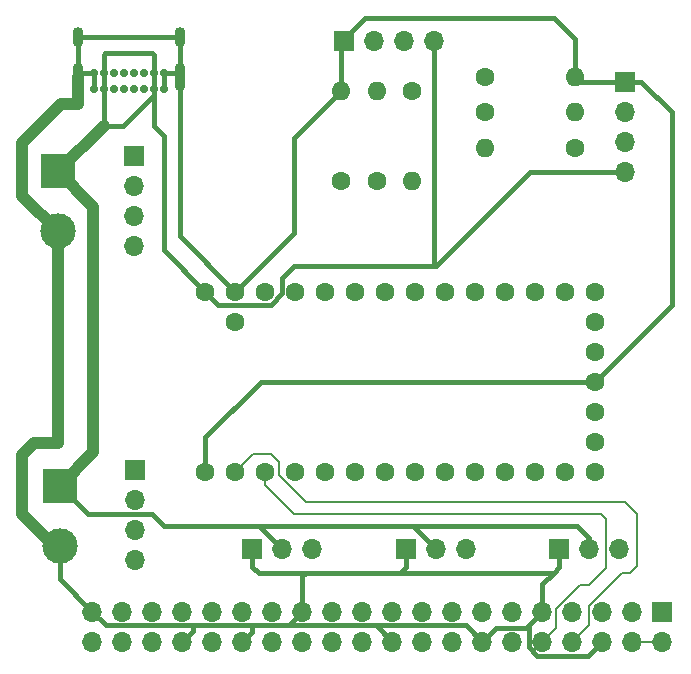
<source format=gbl>
G04 #@! TF.GenerationSoftware,KiCad,Pcbnew,(6.0.4)*
G04 #@! TF.CreationDate,2022-04-28T11:38:26-07:00*
G04 #@! TF.ProjectId,Lec18-PCB_kicad,4c656331-382d-4504-9342-5f6b69636164,rev?*
G04 #@! TF.SameCoordinates,Original*
G04 #@! TF.FileFunction,Copper,L2,Bot*
G04 #@! TF.FilePolarity,Positive*
%FSLAX46Y46*%
G04 Gerber Fmt 4.6, Leading zero omitted, Abs format (unit mm)*
G04 Created by KiCad (PCBNEW (6.0.4)) date 2022-04-28 11:38:26*
%MOMM*%
%LPD*%
G01*
G04 APERTURE LIST*
G04 #@! TA.AperFunction,ComponentPad*
%ADD10R,1.700000X1.700000*%
G04 #@! TD*
G04 #@! TA.AperFunction,ComponentPad*
%ADD11O,1.700000X1.700000*%
G04 #@! TD*
G04 #@! TA.AperFunction,ComponentPad*
%ADD12C,1.600000*%
G04 #@! TD*
G04 #@! TA.AperFunction,ComponentPad*
%ADD13O,1.600000X1.600000*%
G04 #@! TD*
G04 #@! TA.AperFunction,ComponentPad*
%ADD14C,0.700000*%
G04 #@! TD*
G04 #@! TA.AperFunction,ComponentPad*
%ADD15O,0.900000X2.400000*%
G04 #@! TD*
G04 #@! TA.AperFunction,ComponentPad*
%ADD16O,0.900000X1.700000*%
G04 #@! TD*
G04 #@! TA.AperFunction,ComponentPad*
%ADD17R,3.000000X3.000000*%
G04 #@! TD*
G04 #@! TA.AperFunction,ComponentPad*
%ADD18C,3.000000*%
G04 #@! TD*
G04 #@! TA.AperFunction,Conductor*
%ADD19C,1.000000*%
G04 #@! TD*
G04 #@! TA.AperFunction,Conductor*
%ADD20C,0.400000*%
G04 #@! TD*
G04 #@! TA.AperFunction,Conductor*
%ADD21C,0.200000*%
G04 #@! TD*
G04 APERTURE END LIST*
D10*
X112475000Y-87975000D03*
D11*
X115015000Y-87975000D03*
X117555000Y-87975000D03*
D10*
X102535155Y-81273009D03*
D11*
X102535155Y-83813009D03*
X102535155Y-86353009D03*
X102535155Y-88893009D03*
D12*
X132190000Y-48000000D03*
D13*
X139810000Y-48000000D03*
D12*
X120000000Y-56810000D03*
D13*
X120000000Y-49190000D03*
D10*
X120200000Y-45000000D03*
D11*
X122740000Y-45000000D03*
X125280000Y-45000000D03*
X127820000Y-45000000D03*
D10*
X144025000Y-48400000D03*
D11*
X144025000Y-50940000D03*
X144025000Y-53480000D03*
X144025000Y-56020000D03*
D12*
X132190000Y-51000000D03*
D13*
X139810000Y-51000000D03*
D12*
X123000000Y-56810000D03*
D13*
X123000000Y-49190000D03*
D12*
X126000000Y-49190000D03*
D13*
X126000000Y-56810000D03*
D14*
X104975000Y-49025000D03*
X104125000Y-49025000D03*
X103275000Y-49025000D03*
X102425000Y-49025000D03*
X101575000Y-49025000D03*
X100725000Y-49025000D03*
X99875000Y-49025000D03*
X99025000Y-49025000D03*
X99025000Y-47675000D03*
X99875000Y-47675000D03*
X100725000Y-47675000D03*
X101575000Y-47675000D03*
X102425000Y-47675000D03*
X103275000Y-47675000D03*
X104125000Y-47675000D03*
X104975000Y-47675000D03*
D15*
X97675000Y-48045000D03*
X106325000Y-48045000D03*
D16*
X97675000Y-44665000D03*
X106325000Y-44665000D03*
D10*
X138475000Y-87975000D03*
D11*
X141015000Y-87975000D03*
X143555000Y-87975000D03*
D17*
X96150682Y-82627673D03*
D18*
X96150682Y-87707673D03*
D10*
X102424592Y-54743501D03*
D11*
X102424592Y-57283501D03*
X102424592Y-59823501D03*
X102424592Y-62363501D03*
D10*
X125475000Y-87975000D03*
D11*
X128015000Y-87975000D03*
X130555000Y-87975000D03*
D17*
X96000000Y-56000000D03*
D18*
X96000000Y-61080000D03*
D12*
X108490000Y-81420000D03*
X111030000Y-81420000D03*
X113570000Y-81420000D03*
X116110000Y-81420000D03*
X118650000Y-81420000D03*
X121190000Y-81420000D03*
X123730000Y-81420000D03*
X126270000Y-81420000D03*
X128810000Y-81420000D03*
X131350000Y-81420000D03*
X133890000Y-81420000D03*
X136430000Y-81420000D03*
X138970000Y-81420000D03*
X141510000Y-81420000D03*
X141510000Y-78880000D03*
X141510000Y-76340000D03*
X141510000Y-73800000D03*
X141510000Y-71260000D03*
X141510000Y-68720000D03*
X141510000Y-66180000D03*
X138970000Y-66180000D03*
X136430000Y-66180000D03*
X133890000Y-66180000D03*
X131350000Y-66180000D03*
X128810000Y-66180000D03*
X126270000Y-66180000D03*
X123730000Y-66180000D03*
X121190000Y-66180000D03*
X118650000Y-66180000D03*
X116110000Y-66180000D03*
X113570000Y-66180000D03*
X111030000Y-66180000D03*
X108490000Y-66180000D03*
X111030000Y-68720000D03*
X139810000Y-54000000D03*
D13*
X132190000Y-54000000D03*
D10*
X147180000Y-93280000D03*
D11*
X147180000Y-95820000D03*
X144640000Y-93280000D03*
X144640000Y-95820000D03*
X142100000Y-93280000D03*
X142100000Y-95820000D03*
X139560000Y-93280000D03*
X139560000Y-95820000D03*
X137020000Y-93280000D03*
X137020000Y-95820000D03*
X134480000Y-93280000D03*
X134480000Y-95820000D03*
X131940000Y-93280000D03*
X131940000Y-95820000D03*
X129400000Y-93280000D03*
X129400000Y-95820000D03*
X126860000Y-93280000D03*
X126860000Y-95820000D03*
X124320000Y-93280000D03*
X124320000Y-95820000D03*
X121780000Y-93280000D03*
X121780000Y-95820000D03*
X119240000Y-93280000D03*
X119240000Y-95820000D03*
X116700000Y-93280000D03*
X116700000Y-95820000D03*
X114160000Y-93280000D03*
X114160000Y-95820000D03*
X111620000Y-93280000D03*
X111620000Y-95820000D03*
X109080000Y-93280000D03*
X109080000Y-95820000D03*
X106540000Y-93280000D03*
X106540000Y-95820000D03*
X104000000Y-93280000D03*
X104000000Y-95820000D03*
X101460000Y-93280000D03*
X101460000Y-95820000D03*
X98920000Y-93280000D03*
X98920000Y-95820000D03*
D19*
X99000000Y-59000000D02*
X99000000Y-79778355D01*
D20*
X140000000Y-86000000D02*
X125000000Y-86000000D01*
X115000000Y-66304944D02*
X115000000Y-65000000D01*
X135980000Y-56020000D02*
X144025000Y-56020000D01*
X100000000Y-46000000D02*
X104000000Y-46000000D01*
X104125000Y-47675000D02*
X104125000Y-49025000D01*
X109589511Y-67279511D02*
X114025433Y-67279511D01*
X125000000Y-86000000D02*
X113000000Y-86000000D01*
X105000000Y-62690000D02*
X108490000Y-66180000D01*
X104125000Y-49519974D02*
X101519974Y-52125000D01*
X104125000Y-52125000D02*
X105000000Y-53000000D01*
X99875000Y-47675000D02*
X99875000Y-49025000D01*
X127820000Y-63820000D02*
X127820000Y-45000000D01*
X104125000Y-46125000D02*
X104125000Y-47675000D01*
D19*
X99875000Y-52125000D02*
X96000000Y-56000000D01*
D20*
X99875000Y-46125000D02*
X100000000Y-46000000D01*
X128015000Y-87975000D02*
X126040000Y-86000000D01*
X104000000Y-46000000D02*
X104125000Y-46125000D01*
X115015000Y-87975000D02*
X113040000Y-86000000D01*
X141015000Y-87975000D02*
X141015000Y-87015000D01*
X105000000Y-53000000D02*
X105000000Y-62690000D01*
X104000000Y-85000000D02*
X98523009Y-85000000D01*
D19*
X96000000Y-56000000D02*
X99000000Y-59000000D01*
D20*
X114025433Y-67279511D02*
X115000000Y-66304944D01*
X113040000Y-86000000D02*
X113000000Y-86000000D01*
X113000000Y-86000000D02*
X105000000Y-86000000D01*
X98523009Y-85000000D02*
X96150682Y-82627673D01*
X101519974Y-52125000D02*
X99875000Y-52125000D01*
X141015000Y-87015000D02*
X140000000Y-86000000D01*
D19*
X99000000Y-79778355D02*
X96150682Y-82627673D01*
D20*
X104125000Y-49025000D02*
X104125000Y-52125000D01*
X126040000Y-86000000D02*
X125000000Y-86000000D01*
X108490000Y-66180000D02*
X109589511Y-67279511D01*
X99875000Y-47675000D02*
X99875000Y-46125000D01*
X99875000Y-49025000D02*
X99875000Y-52125000D01*
X116000000Y-64000000D02*
X128000000Y-64000000D01*
X128000000Y-64000000D02*
X127820000Y-63820000D01*
X105000000Y-86000000D02*
X104000000Y-85000000D01*
X104125000Y-49025000D02*
X104125000Y-49519974D01*
X115000000Y-65000000D02*
X116000000Y-64000000D01*
X128000000Y-64000000D02*
X135980000Y-56020000D01*
X139810000Y-48000000D02*
X139810000Y-44810000D01*
X107429511Y-94429511D02*
X112429511Y-94429511D01*
X116700000Y-90300000D02*
X117000000Y-90000000D01*
X137020000Y-90980000D02*
X138000000Y-90000000D01*
X138000000Y-90000000D02*
X138475000Y-89525000D01*
X120200000Y-44800000D02*
X120200000Y-45000000D01*
X115550489Y-94429511D02*
X122570489Y-94429511D01*
X115550489Y-94429511D02*
X116700000Y-93280000D01*
X108490000Y-81420000D02*
X108490000Y-78510000D01*
X99025000Y-47675000D02*
X98045000Y-47675000D01*
X106325000Y-61475000D02*
X111030000Y-66180000D01*
X122929511Y-94429511D02*
X122570489Y-94429511D01*
X125475000Y-89525000D02*
X125000000Y-90000000D01*
X137020000Y-93280000D02*
X135870489Y-94429511D01*
X97675000Y-44665000D02*
X106325000Y-44665000D01*
X125000000Y-90000000D02*
X138000000Y-90000000D01*
X106540000Y-95820000D02*
X107429511Y-94930489D01*
X105955000Y-47675000D02*
X106325000Y-48045000D01*
X135870489Y-94429511D02*
X135870489Y-96296144D01*
X122570489Y-94429511D02*
X130570489Y-94429511D01*
X111620000Y-95820000D02*
X112429511Y-95010489D01*
X112429511Y-95010489D02*
X112429511Y-94429511D01*
X131940000Y-95820000D02*
X130570489Y-94450489D01*
X104975000Y-47675000D02*
X104975000Y-49025000D01*
X96150682Y-90510682D02*
X98920000Y-93280000D01*
X137020000Y-93280000D02*
X137020000Y-90980000D01*
D19*
X93000000Y-53600978D02*
X93000000Y-58080000D01*
D20*
X108490000Y-78510000D02*
X113200000Y-73800000D01*
X111030000Y-66180000D02*
X116000000Y-61210000D01*
X97675000Y-44665000D02*
X97675000Y-48045000D01*
X145400000Y-48400000D02*
X148000000Y-51000000D01*
D19*
X97675000Y-48045000D02*
X97675000Y-50325000D01*
X97675000Y-50325000D02*
X96275978Y-50325000D01*
D20*
X112475000Y-89475000D02*
X113000000Y-90000000D01*
X148000000Y-51000000D02*
X148000000Y-67310000D01*
X96150682Y-87707673D02*
X96150682Y-90510682D01*
X104975000Y-47675000D02*
X105955000Y-47675000D01*
D19*
X96275978Y-50325000D02*
X93000000Y-53600978D01*
X96000000Y-61080000D02*
X96000000Y-79000000D01*
D20*
X116700000Y-93280000D02*
X116700000Y-90300000D01*
X125475000Y-87975000D02*
X125475000Y-89525000D01*
X135870489Y-96296144D02*
X136574345Y-97000000D01*
D19*
X93000000Y-80000000D02*
X93000000Y-85000000D01*
D20*
X106325000Y-48045000D02*
X106325000Y-61475000D01*
X140920000Y-97000000D02*
X142100000Y-95820000D01*
X116000000Y-53190000D02*
X120000000Y-49190000D01*
X117000000Y-90000000D02*
X125000000Y-90000000D01*
X124320000Y-95820000D02*
X122929511Y-94429511D01*
X112429511Y-94429511D02*
X115550489Y-94429511D01*
X139810000Y-44810000D02*
X138000000Y-43000000D01*
X100069511Y-94429511D02*
X107429511Y-94429511D01*
X106325000Y-44665000D02*
X106325000Y-48045000D01*
X120000000Y-45200000D02*
X120200000Y-45000000D01*
X144025000Y-48400000D02*
X140210000Y-48400000D01*
X112475000Y-87975000D02*
X112475000Y-89475000D01*
X120000000Y-49190000D02*
X120000000Y-45200000D01*
X98045000Y-47675000D02*
X97675000Y-48045000D01*
X140210000Y-48400000D02*
X139810000Y-48000000D01*
D19*
X93000000Y-58080000D02*
X96000000Y-61080000D01*
D20*
X107429511Y-94930489D02*
X107429511Y-94429511D01*
X99025000Y-49025000D02*
X99025000Y-47675000D01*
D19*
X93000000Y-85000000D02*
X95707673Y-87707673D01*
D20*
X113200000Y-73800000D02*
X141510000Y-73800000D01*
X144025000Y-48400000D02*
X145400000Y-48400000D01*
X130570489Y-94450489D02*
X130570489Y-94429511D01*
D19*
X94000000Y-79000000D02*
X93000000Y-80000000D01*
D20*
X136574345Y-97000000D02*
X140920000Y-97000000D01*
X138475000Y-89525000D02*
X138475000Y-87975000D01*
X122000000Y-43000000D02*
X120200000Y-44800000D01*
D19*
X96000000Y-79000000D02*
X94000000Y-79000000D01*
D20*
X116000000Y-61210000D02*
X116000000Y-53190000D01*
X95707673Y-87707673D02*
X96150682Y-87707673D01*
X133089511Y-94670489D02*
X135629511Y-94670489D01*
X135629511Y-94670489D02*
X135870489Y-94429511D01*
X138000000Y-43000000D02*
X122000000Y-43000000D01*
X113000000Y-90000000D02*
X117000000Y-90000000D01*
X98920000Y-93280000D02*
X100069511Y-94429511D01*
X148000000Y-67310000D02*
X141510000Y-73800000D01*
X131940000Y-95820000D02*
X133089511Y-94670489D01*
X136250000Y-66000000D02*
X136000000Y-66000000D01*
X136430000Y-66180000D02*
X136250000Y-66000000D01*
D21*
X144640000Y-95820000D02*
X147180000Y-95820000D01*
X144000000Y-84000000D02*
X117000000Y-84000000D01*
X143754345Y-90000000D02*
X144432556Y-90000000D01*
X114716112Y-80626411D02*
X114050134Y-79960433D01*
X140950489Y-92803856D02*
X143754345Y-90000000D01*
X114716112Y-81716112D02*
X114716112Y-80626411D01*
X145000000Y-89432556D02*
X145000000Y-85000000D01*
X139560000Y-95820000D02*
X140950489Y-94429511D01*
X114050134Y-79960433D02*
X112489567Y-79960433D01*
X117000000Y-84000000D02*
X114716112Y-81716112D01*
X112489567Y-79960433D02*
X111030000Y-81420000D01*
X145000000Y-85000000D02*
X144000000Y-84000000D01*
X140950489Y-94429511D02*
X140950489Y-92803856D01*
X144432556Y-90000000D02*
X145000000Y-89432556D01*
X138169511Y-93044834D02*
X140214345Y-91000000D01*
X137020000Y-95820000D02*
X138169511Y-94670489D01*
X142405489Y-85405489D02*
X142000000Y-85000000D01*
X141000000Y-91000000D02*
X142405489Y-89594511D01*
X138169511Y-94670489D02*
X138169511Y-93044834D01*
X142000000Y-85000000D02*
X116000000Y-85000000D01*
X142405489Y-89594511D02*
X142405489Y-85405489D01*
X116000000Y-85000000D02*
X113570000Y-82570000D01*
X140214345Y-91000000D02*
X141000000Y-91000000D01*
X113570000Y-82570000D02*
X113570000Y-81420000D01*
M02*

</source>
